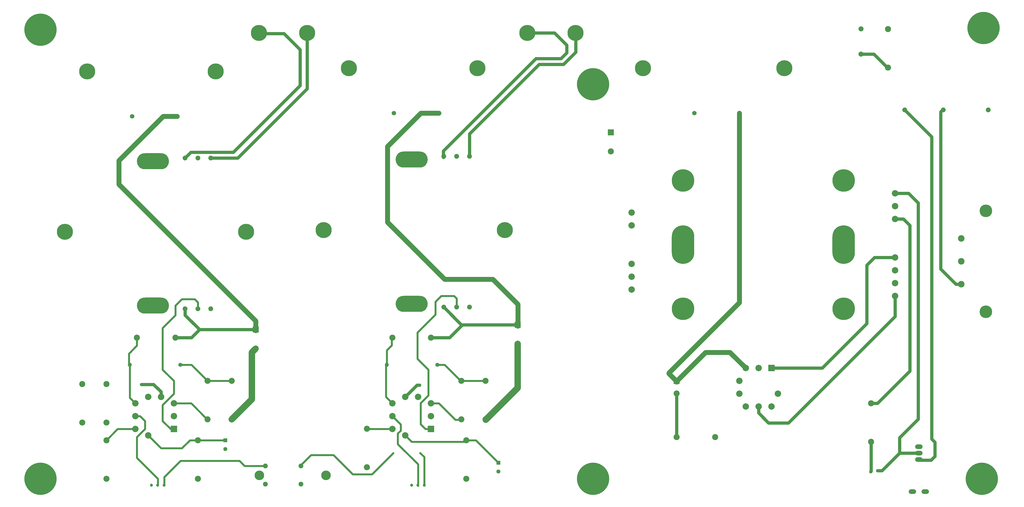
<source format=gbr>
%TF.GenerationSoftware,KiCad,Pcbnew,5.1.8-db9833491~88~ubuntu20.04.1*%
%TF.CreationDate,2021-01-02T13:56:59-05:00*%
%TF.ProjectId,amp,616d702e-6b69-4636-9164-5f7063625858,rev?*%
%TF.SameCoordinates,Original*%
%TF.FileFunction,Copper,L1,Top*%
%TF.FilePolarity,Positive*%
%FSLAX46Y46*%
G04 Gerber Fmt 4.6, Leading zero omitted, Abs format (unit mm)*
G04 Created by KiCad (PCBNEW 5.1.8-db9833491~88~ubuntu20.04.1) date 2021-01-02 13:56:59*
%MOMM*%
%LPD*%
G01*
G04 APERTURE LIST*
%TA.AperFunction,ComponentPad*%
%ADD10C,1.905000*%
%TD*%
%TA.AperFunction,ComponentPad*%
%ADD11O,12.700000X6.350000*%
%TD*%
%TA.AperFunction,ComponentPad*%
%ADD12C,6.350000*%
%TD*%
%TA.AperFunction,ComponentPad*%
%ADD13O,3.000000X1.800000*%
%TD*%
%TA.AperFunction,ComponentPad*%
%ADD14C,5.000000*%
%TD*%
%TA.AperFunction,ComponentPad*%
%ADD15C,2.600000*%
%TD*%
%TA.AperFunction,ComponentPad*%
%ADD16O,8.890000X15.240000*%
%TD*%
%TA.AperFunction,ComponentPad*%
%ADD17C,2.540000*%
%TD*%
%TA.AperFunction,ComponentPad*%
%ADD18C,8.890000*%
%TD*%
%TA.AperFunction,ComponentPad*%
%ADD19C,1.778000*%
%TD*%
%TA.AperFunction,ComponentPad*%
%ADD20C,2.400000*%
%TD*%
%TA.AperFunction,ComponentPad*%
%ADD21R,2.400000X2.400000*%
%TD*%
%TA.AperFunction,ComponentPad*%
%ADD22C,12.800000*%
%TD*%
%TA.AperFunction,ComponentPad*%
%ADD23C,1.600000*%
%TD*%
%TA.AperFunction,ComponentPad*%
%ADD24R,1.600000X1.600000*%
%TD*%
%TA.AperFunction,ComponentPad*%
%ADD25R,2.540000X2.540000*%
%TD*%
%TA.AperFunction,ComponentPad*%
%ADD26C,3.810000*%
%TD*%
%TA.AperFunction,ComponentPad*%
%ADD27O,1.600000X1.600000*%
%TD*%
%TA.AperFunction,ComponentPad*%
%ADD28C,2.000000*%
%TD*%
%TA.AperFunction,ComponentPad*%
%ADD29C,1.016000*%
%TD*%
%TA.AperFunction,ComponentPad*%
%ADD30O,2.400000X2.400000*%
%TD*%
%TA.AperFunction,ComponentPad*%
%ADD31C,1.200000*%
%TD*%
%TA.AperFunction,ViaPad*%
%ADD32C,0.800000*%
%TD*%
%TA.AperFunction,Conductor*%
%ADD33C,0.762000*%
%TD*%
%TA.AperFunction,Conductor*%
%ADD34C,2.540000*%
%TD*%
%TA.AperFunction,Conductor*%
%ADD35C,1.270000*%
%TD*%
%TA.AperFunction,Conductor*%
%ADD36C,1.905000*%
%TD*%
G04 APERTURE END LIST*
D10*
%TO.P,T2,6*%
%TO.N,Net-(LS2-Pad2)*%
X194945000Y-85725000D03*
%TO.P,T2,5*%
%TO.N,Net-(T2-Pad5)*%
X200025000Y-85725000D03*
%TO.P,T2,4*%
%TO.N,Net-(LS2-Pad1)*%
X205105000Y-85725000D03*
%TO.P,T2,3*%
%TO.N,Net-(T2-Pad3)*%
X205105000Y-145415000D03*
%TO.P,T2,2*%
%TO.N,Net-(T2-Pad2)*%
X200025000Y-145415000D03*
%TO.P,T2,1*%
%TO.N,VBUS*%
X194945000Y-145415000D03*
D11*
%TO.P,T2,13*%
%TO.N,N/C*%
X182245000Y-86995000D03*
%TO.P,T2,12*%
X182245000Y-144145000D03*
D12*
%TO.P,T2,11*%
X147447000Y-114935000D03*
%TO.P,T2,10*%
X219075000Y-114935000D03*
%TD*%
D10*
%TO.P,T1,6*%
%TO.N,Net-(LS1-Pad2)*%
X92710000Y-86360000D03*
%TO.P,T1,5*%
%TO.N,Net-(T1-Pad5)*%
X97790000Y-86360000D03*
%TO.P,T1,4*%
%TO.N,Net-(LS1-Pad1)*%
X102870000Y-86360000D03*
%TO.P,T1,3*%
%TO.N,Net-(T1-Pad3)*%
X102870000Y-146050000D03*
%TO.P,T1,2*%
%TO.N,Net-(T1-Pad2)*%
X97790000Y-146050000D03*
%TO.P,T1,1*%
%TO.N,HT*%
X92710000Y-146050000D03*
D11*
%TO.P,T1,13*%
%TO.N,N/C*%
X80010000Y-87630000D03*
%TO.P,T1,12*%
X80010000Y-144780000D03*
D12*
%TO.P,T1,11*%
X45212000Y-115570000D03*
%TO.P,T1,10*%
X116840000Y-115570000D03*
%TD*%
D13*
%TO.P,SW1,5*%
%TO.N,Earth_Protective*%
X385318000Y-218440000D03*
%TO.P,SW1,4*%
X380238000Y-218440000D03*
%TO.P,SW1,3*%
%TO.N,N/C*%
X382778000Y-200660000D03*
%TO.P,SW1,2*%
%TO.N,LINE*%
X382778000Y-203200000D03*
%TO.P,SW1,1*%
%TO.N,Net-(F1-Pad1)*%
X382778000Y-205740000D03*
%TD*%
D14*
%TO.P,J1,5*%
%TO.N,Earth_Protective*%
X409242000Y-107254000D03*
%TO.P,J1,4*%
X409242000Y-147254000D03*
D15*
%TO.P,J1,3*%
%TO.N,NEUT*%
X399542000Y-118204000D03*
%TO.P,J1,2*%
%TO.N,Earth_Protective*%
X399542000Y-127254000D03*
%TO.P,J1,1*%
%TO.N,/L*%
X399542000Y-136304000D03*
%TD*%
D16*
%TO.P,T3,26*%
%TO.N,N/C*%
X353060000Y-120650000D03*
%TO.P,T3,25*%
X289560000Y-120650000D03*
D17*
%TO.P,T3,7*%
%TO.N,Net-(T3-Pad7)*%
X373380000Y-125730000D03*
%TO.P,T3,6*%
%TO.N,Net-(T3-Pad6)*%
X373380000Y-130810000D03*
%TO.P,T3,5*%
%TO.N,Earth*%
X373380000Y-135890000D03*
%TO.P,T3,4*%
%TO.N,Net-(T3-Pad4)*%
X373380000Y-140970000D03*
%TO.P,T3,3*%
%TO.N,LINE*%
X373380000Y-100330000D03*
%TO.P,T3,2*%
%TO.N,Net-(T3-Pad2)*%
X373380000Y-105410000D03*
%TO.P,T3,1*%
%TO.N,NEUT*%
X373380000Y-110490000D03*
%TO.P,T3,12*%
%TO.N,Net-(R12-Pad1)*%
X269240000Y-107950000D03*
%TO.P,T3,11*%
%TO.N,Net-(R13-Pad1)*%
X269240000Y-113030000D03*
%TO.P,T3,10*%
%TO.N,Net-(T3-Pad10)*%
X269240000Y-128270000D03*
%TO.P,T3,9*%
%TO.N,Net-(T3-Pad9)*%
X269240000Y-133350000D03*
%TO.P,T3,8*%
%TO.N,Net-(R14-Pad1)*%
X269240000Y-138430000D03*
D18*
%TO.P,T3,23*%
%TO.N,N/C*%
X353060000Y-95250000D03*
%TO.P,T3,22*%
X289560000Y-95250000D03*
%TO.P,T3,21*%
X353060000Y-146050000D03*
%TO.P,T3,20*%
X289560000Y-146050000D03*
%TD*%
D12*
%TO.P,LS2,2*%
%TO.N,Net-(LS2-Pad2)*%
X227965000Y-36830000D03*
%TO.P,LS2,1*%
%TO.N,Net-(LS2-Pad1)*%
X247015000Y-36830000D03*
%TD*%
D19*
%TO.P,L1,2*%
%TO.N,Net-(C6-Pad1)*%
X311785000Y-68580000D03*
%TO.P,L1,1*%
%TO.N,Net-(C7-Pad1)*%
X294005000Y-68580000D03*
D12*
%TO.P,L1,4*%
%TO.N,N/C*%
X329565000Y-50800000D03*
%TO.P,L1,3*%
X273685000Y-50800000D03*
%TD*%
D19*
%TO.P,L2,2*%
%TO.N,HT*%
X89535000Y-69850000D03*
%TO.P,L2,1*%
%TO.N,Net-(C7-Pad1)*%
X71755000Y-69850000D03*
D12*
%TO.P,L2,4*%
%TO.N,N/C*%
X104775000Y-52070000D03*
%TO.P,L2,3*%
X53975000Y-52070000D03*
%TD*%
D19*
%TO.P,L3,2*%
%TO.N,VBUS*%
X193040000Y-68580000D03*
%TO.P,L3,1*%
%TO.N,Net-(C7-Pad1)*%
X175260000Y-68580000D03*
D12*
%TO.P,L3,4*%
%TO.N,N/C*%
X208280000Y-50800000D03*
%TO.P,L3,3*%
X157480000Y-50800000D03*
%TD*%
D20*
%TO.P,C6,2*%
%TO.N,Earth*%
X287020000Y-179625000D03*
D21*
%TO.P,C6,1*%
%TO.N,Net-(C6-Pad1)*%
X287020000Y-174625000D03*
%TD*%
D22*
%TO.P,H6,1*%
%TO.N,Earth_Protective*%
X408305000Y-34925000D03*
%TD*%
%TO.P,H5,1*%
%TO.N,Earth_Protective*%
X407670000Y-213360000D03*
%TD*%
%TO.P,H4,1*%
%TO.N,Earth_Protective*%
X35560000Y-213360000D03*
%TD*%
%TO.P,H3,1*%
%TO.N,Earth_Protective*%
X254000000Y-57150000D03*
%TD*%
%TO.P,H2,1*%
%TO.N,Earth_Protective*%
X35560000Y-35560000D03*
%TD*%
%TO.P,H1,1*%
%TO.N,Earth_Protective*%
X254000000Y-213360000D03*
%TD*%
D23*
%TO.P,C4,2*%
%TO.N,Earth*%
X216535000Y-210510000D03*
D24*
%TO.P,C4,1*%
%TO.N,Net-(C4-Pad1)*%
X216535000Y-207010000D03*
%TD*%
D17*
%TO.P,U3,9*%
%TO.N,N/C*%
X327025000Y-179705000D03*
%TO.P,U3,8*%
X324485000Y-184785000D03*
%TO.P,U3,7*%
%TO.N,Net-(T3-Pad4)*%
X319405000Y-184785000D03*
%TO.P,U3,6*%
%TO.N,N/C*%
X314325000Y-184785000D03*
%TO.P,U3,5*%
%TO.N,Net-(R14-Pad1)*%
X311785000Y-179705000D03*
%TO.P,U3,4*%
%TO.N,Net-(T3-Pad10)*%
X311785000Y-174625000D03*
%TO.P,U3,3*%
%TO.N,Net-(C6-Pad1)*%
X314325000Y-169545000D03*
%TO.P,U3,2*%
%TO.N,N/C*%
X319405000Y-169545000D03*
D25*
%TO.P,U3,1*%
%TO.N,Net-(T3-Pad7)*%
X324485000Y-169545000D03*
%TD*%
D26*
%TO.P,J2,6*%
%TO.N,Earth*%
X148361400Y-212013800D03*
%TO.P,J2,5*%
X122047000Y-212013800D03*
D10*
%TO.P,J2,4*%
X138455400Y-215519000D03*
%TO.P,J2,3*%
%TO.N,Net-(J2-Pad3)*%
X138455400Y-208280000D03*
%TO.P,J2,2*%
%TO.N,Earth*%
X124460000Y-215519000D03*
%TO.P,J2,1*%
%TO.N,Net-(J2-Pad1)*%
X124460000Y-208280000D03*
%TD*%
D23*
%TO.P,C1,1*%
%TO.N,Net-(C1-Pad1)*%
X90805000Y-168275000D03*
D27*
%TO.P,C1,2*%
%TO.N,Net-(C1-Pad2)*%
X70805000Y-168275000D03*
%TD*%
D23*
%TO.P,C2,2*%
%TO.N,Earth*%
X108585000Y-201620000D03*
D24*
%TO.P,C2,1*%
%TO.N,Net-(C2-Pad1)*%
X108585000Y-198120000D03*
%TD*%
D27*
%TO.P,C3,2*%
%TO.N,Net-(C3-Pad2)*%
X172405000Y-168275000D03*
D23*
%TO.P,C3,1*%
%TO.N,Net-(C3-Pad1)*%
X192405000Y-168275000D03*
%TD*%
D28*
%TO.P,C5,1*%
%TO.N,Earth*%
X359918000Y-45212000D03*
%TO.P,C5,2*%
%TO.N,Earth_Protective*%
X359918000Y-35212000D03*
%TD*%
D21*
%TO.P,C7,1*%
%TO.N,Net-(C7-Pad1)*%
X260985000Y-76200000D03*
D20*
%TO.P,C7,2*%
%TO.N,Earth*%
X260985000Y-83700000D03*
%TD*%
%TO.P,C8,2*%
%TO.N,Earth*%
X120650000Y-161805000D03*
D21*
%TO.P,C8,1*%
%TO.N,HT*%
X120650000Y-154305000D03*
%TD*%
%TO.P,C9,1*%
%TO.N,VBUS*%
X224155000Y-152400000D03*
D20*
%TO.P,C9,2*%
%TO.N,Earth*%
X224155000Y-159900000D03*
%TD*%
D10*
%TO.P,F1,1*%
%TO.N,Net-(F1-Pad1)*%
X377190000Y-67310000D03*
%TO.P,F1,2*%
%TO.N,/L*%
X392430000Y-67310000D03*
%TO.P,F1,3*%
%TO.N,N/C*%
X410210000Y-67310000D03*
%TD*%
D12*
%TO.P,LS1,1*%
%TO.N,Net-(LS1-Pad1)*%
X140970000Y-36830000D03*
%TO.P,LS1,2*%
%TO.N,Net-(LS1-Pad2)*%
X121920000Y-36830000D03*
%TD*%
D29*
%TO.P,NE1,1*%
%TO.N,Net-(NE1-Pad1)*%
X363855000Y-210185000D03*
%TO.P,NE1,2*%
%TO.N,LINE*%
X366395000Y-210185000D03*
%TD*%
D20*
%TO.P,R1,1*%
%TO.N,Net-(R1-Pad1)*%
X61595000Y-198120000D03*
D30*
%TO.P,R1,2*%
%TO.N,Earth*%
X61595000Y-213360000D03*
%TD*%
%TO.P,R2,2*%
%TO.N,Net-(C1-Pad2)*%
X73660000Y-157480000D03*
D20*
%TO.P,R2,1*%
%TO.N,HT*%
X88900000Y-157480000D03*
%TD*%
%TO.P,R3,1*%
%TO.N,Net-(C1-Pad1)*%
X111125000Y-174625000D03*
D30*
%TO.P,R3,2*%
%TO.N,Earth*%
X111125000Y-189865000D03*
%TD*%
%TO.P,R4,2*%
%TO.N,Net-(C1-Pad1)*%
X101600000Y-174625000D03*
D20*
%TO.P,R4,1*%
%TO.N,Net-(R4-Pad1)*%
X101600000Y-189865000D03*
%TD*%
%TO.P,R5,1*%
%TO.N,Net-(C2-Pad1)*%
X97790000Y-198120000D03*
D30*
%TO.P,R5,2*%
%TO.N,Earth*%
X97790000Y-213360000D03*
%TD*%
%TO.P,R6,2*%
%TO.N,Earth*%
X164592000Y-208788000D03*
D20*
%TO.P,R6,1*%
%TO.N,Net-(R6-Pad1)*%
X164592000Y-193548000D03*
%TD*%
%TO.P,R7,1*%
%TO.N,VBUS*%
X189865000Y-157480000D03*
D30*
%TO.P,R7,2*%
%TO.N,Net-(C3-Pad2)*%
X174625000Y-157480000D03*
%TD*%
%TO.P,R8,2*%
%TO.N,Earth*%
X211455000Y-189865000D03*
D20*
%TO.P,R8,1*%
%TO.N,Net-(C3-Pad1)*%
X211455000Y-174625000D03*
%TD*%
%TO.P,R9,1*%
%TO.N,Net-(R9-Pad1)*%
X201930000Y-189865000D03*
D30*
%TO.P,R9,2*%
%TO.N,Net-(C3-Pad1)*%
X201930000Y-174625000D03*
%TD*%
%TO.P,R10,2*%
%TO.N,Earth*%
X203835000Y-213360000D03*
D20*
%TO.P,R10,1*%
%TO.N,Net-(C4-Pad1)*%
X203835000Y-198120000D03*
%TD*%
%TO.P,R11,1*%
%TO.N,Earth_Protective*%
X370586000Y-35306000D03*
D30*
%TO.P,R11,2*%
%TO.N,Earth*%
X370586000Y-50546000D03*
%TD*%
D20*
%TO.P,R12,1*%
%TO.N,Net-(R12-Pad1)*%
X61595000Y-175895000D03*
D30*
%TO.P,R12,2*%
%TO.N,Earth*%
X61595000Y-191135000D03*
%TD*%
%TO.P,R13,2*%
%TO.N,Earth*%
X52070000Y-191135000D03*
D20*
%TO.P,R13,1*%
%TO.N,Net-(R13-Pad1)*%
X52070000Y-175895000D03*
%TD*%
D30*
%TO.P,R14,2*%
%TO.N,Earth*%
X287020000Y-196850000D03*
D20*
%TO.P,R14,1*%
%TO.N,Net-(R14-Pad1)*%
X302260000Y-196850000D03*
%TD*%
%TO.P,R15,1*%
%TO.N,Net-(NE1-Pad1)*%
X363855000Y-198755000D03*
D30*
%TO.P,R15,2*%
%TO.N,NEUT*%
X363855000Y-183515000D03*
%TD*%
D31*
%TO.P,RV1,1*%
%TO.N,Earth*%
X79375000Y-215900000D03*
%TO.P,RV1,2*%
%TO.N,Net-(RV1-Pad2)*%
X81875000Y-215900000D03*
%TO.P,RV1,3*%
%TO.N,Net-(J2-Pad1)*%
X84375000Y-215900000D03*
%TD*%
%TO.P,RV2,3*%
%TO.N,Net-(J2-Pad3)*%
X187245000Y-215900000D03*
%TO.P,RV2,2*%
%TO.N,Net-(RV2-Pad2)*%
X184745000Y-215900000D03*
%TO.P,RV2,1*%
%TO.N,Earth*%
X182245000Y-215900000D03*
%TD*%
D25*
%TO.P,U1,1*%
%TO.N,Net-(T1-Pad2)*%
X88265000Y-193675000D03*
D17*
%TO.P,U1,2*%
%TO.N,N/C*%
X88265000Y-188595000D03*
%TO.P,U1,3*%
%TO.N,Net-(R4-Pad1)*%
X88265000Y-183515000D03*
%TO.P,U1,4*%
%TO.N,Net-(R12-Pad1)*%
X83185000Y-180975000D03*
%TO.P,U1,5*%
%TO.N,Net-(R13-Pad1)*%
X78105000Y-180975000D03*
%TO.P,U1,6*%
%TO.N,Net-(C1-Pad2)*%
X73025000Y-183515000D03*
%TO.P,U1,7*%
%TO.N,Net-(RV1-Pad2)*%
X73025000Y-188595000D03*
%TO.P,U1,8*%
%TO.N,Net-(R1-Pad1)*%
X73025000Y-193675000D03*
%TO.P,U1,9*%
%TO.N,Net-(C2-Pad1)*%
X78105000Y-196215000D03*
%TD*%
D25*
%TO.P,U2,1*%
%TO.N,Net-(T2-Pad2)*%
X189865000Y-193675000D03*
D17*
%TO.P,U2,2*%
%TO.N,N/C*%
X189865000Y-188595000D03*
%TO.P,U2,3*%
%TO.N,Net-(R9-Pad1)*%
X189865000Y-183515000D03*
%TO.P,U2,4*%
%TO.N,Net-(R13-Pad1)*%
X184785000Y-180975000D03*
%TO.P,U2,5*%
%TO.N,Net-(R12-Pad1)*%
X179705000Y-180975000D03*
%TO.P,U2,6*%
%TO.N,Net-(C3-Pad2)*%
X174625000Y-183515000D03*
%TO.P,U2,7*%
%TO.N,Net-(RV2-Pad2)*%
X174625000Y-188595000D03*
%TO.P,U2,8*%
%TO.N,Net-(R6-Pad1)*%
X174625000Y-193675000D03*
%TO.P,U2,9*%
%TO.N,Net-(C4-Pad1)*%
X179705000Y-196215000D03*
%TD*%
D32*
%TO.N,Net-(J2-Pad3)*%
X185674000Y-203200000D03*
X175006000Y-203200000D03*
%TO.N,Net-(R12-Pad1)*%
X75438000Y-176022000D03*
X185420000Y-176276000D03*
%TD*%
D33*
%TO.N,Net-(C1-Pad1)*%
X90805000Y-168275000D02*
X95250000Y-168275000D01*
X95250000Y-168275000D02*
X101600000Y-174625000D01*
X101600000Y-174625000D02*
X111125000Y-174625000D01*
%TO.N,Net-(C1-Pad2)*%
X73660000Y-157480000D02*
X73660000Y-160655000D01*
X73660000Y-160655000D02*
X70485000Y-163830000D01*
X70485000Y-163830000D02*
X70485000Y-168275000D01*
X70805000Y-168275000D02*
X70805000Y-181295000D01*
X70805000Y-181295000D02*
X73025000Y-183515000D01*
D34*
%TO.N,Earth*%
X111125000Y-189865000D02*
X119126000Y-181864000D01*
X119126000Y-181864000D02*
X119126000Y-163322000D01*
X119126000Y-163322000D02*
X120396000Y-162052000D01*
X224155000Y-159900000D02*
X224155000Y-177419000D01*
X224155000Y-177419000D02*
X211582000Y-189992000D01*
D35*
X287020000Y-196850000D02*
X287020000Y-179324000D01*
X287020000Y-179324000D02*
X287020000Y-185420000D01*
X359918000Y-45212000D02*
X364998000Y-45212000D01*
X364998000Y-45212000D02*
X370586000Y-50800000D01*
D33*
%TO.N,Net-(C2-Pad1)*%
X78105000Y-196215000D02*
X83185000Y-201295000D01*
X83185000Y-201295000D02*
X91440000Y-201295000D01*
X91440000Y-201295000D02*
X94615000Y-198120000D01*
X94615000Y-198120000D02*
X97790000Y-198120000D01*
X97790000Y-198120000D02*
X108585000Y-198120000D01*
%TO.N,Net-(C3-Pad2)*%
X174625000Y-183515000D02*
X172085000Y-180975000D01*
X172085000Y-180975000D02*
X172085000Y-168656000D01*
X172085000Y-168656000D02*
X172339000Y-168402000D01*
X172405000Y-168275000D02*
X172405000Y-162494000D01*
X172405000Y-162494000D02*
X174371000Y-160528000D01*
X174371000Y-160528000D02*
X174371000Y-157480000D01*
%TO.N,Net-(C3-Pad1)*%
X192405000Y-168275000D02*
X195326000Y-168275000D01*
X195326000Y-168275000D02*
X201803000Y-174752000D01*
X201930000Y-174625000D02*
X211328000Y-174625000D01*
X211328000Y-174625000D02*
X211455000Y-174752000D01*
D36*
%TO.N,Net-(C6-Pad1)*%
X314325000Y-169545000D02*
X308102000Y-163322000D01*
X308102000Y-163322000D02*
X298450000Y-163322000D01*
X298450000Y-163322000D02*
X286766000Y-175006000D01*
X311785000Y-143637000D02*
X311785000Y-68580000D01*
X283972000Y-171450000D02*
X311785000Y-143637000D01*
X283972000Y-171450000D02*
X283972000Y-171704000D01*
X283972000Y-171704000D02*
X287274000Y-175006000D01*
D35*
%TO.N,HT*%
X92710000Y-146050000D02*
X92710000Y-148590000D01*
X92710000Y-148590000D02*
X98425000Y-154305000D01*
X98425000Y-154305000D02*
X120650000Y-154305000D01*
X95250000Y-157480000D02*
X98425000Y-154305000D01*
X88900000Y-157480000D02*
X95250000Y-157480000D01*
D36*
X120650000Y-150876000D02*
X120650000Y-154686000D01*
X66548000Y-96774000D02*
X120650000Y-150876000D01*
X66548000Y-87376000D02*
X66548000Y-96774000D01*
X84074000Y-69850000D02*
X66548000Y-87376000D01*
X89535000Y-69850000D02*
X84074000Y-69850000D01*
D35*
%TO.N,Net-(F1-Pad1)*%
X387604000Y-205994000D02*
X382778000Y-205994000D01*
X389128000Y-204470000D02*
X387604000Y-205994000D01*
X389128000Y-198882000D02*
X389128000Y-204470000D01*
X387858000Y-197612000D02*
X389128000Y-198882000D01*
X387858000Y-77978000D02*
X387858000Y-197612000D01*
X377190000Y-67310000D02*
X387858000Y-77978000D01*
%TO.N,/L*%
X399542000Y-136304000D02*
X397416000Y-136304000D01*
X397416000Y-136304000D02*
X391414000Y-130302000D01*
X391414000Y-130302000D02*
X391414000Y-68072000D01*
X391414000Y-68072000D02*
X392430000Y-67056000D01*
%TO.N,NEUT*%
X363855000Y-183515000D02*
X366395000Y-183515000D01*
X366395000Y-183515000D02*
X379222000Y-170688000D01*
X379222000Y-170688000D02*
X379222000Y-119888000D01*
X379222000Y-119888000D02*
X379222000Y-113030000D01*
X379222000Y-113030000D02*
X376682000Y-110490000D01*
X376682000Y-110490000D02*
X373634000Y-110490000D01*
D33*
%TO.N,Net-(J2-Pad1)*%
X84455000Y-212725000D02*
X84455000Y-215900000D01*
X90932000Y-206248000D02*
X84455000Y-212725000D01*
X114173000Y-206248000D02*
X90932000Y-206248000D01*
X116205000Y-208280000D02*
X114173000Y-206248000D01*
X124460000Y-208280000D02*
X116205000Y-208280000D01*
%TO.N,Net-(J2-Pad3)*%
X187245000Y-215900000D02*
X187245000Y-204771000D01*
X187245000Y-204771000D02*
X185674000Y-203200000D01*
X175006000Y-203200000D02*
X166624000Y-211582000D01*
X166624000Y-211582000D02*
X159004000Y-211582000D01*
X159004000Y-211582000D02*
X151384000Y-203962000D01*
X151384000Y-203962000D02*
X142748000Y-203962000D01*
X142748000Y-203962000D02*
X142494000Y-203962000D01*
X142494000Y-203962000D02*
X138176000Y-208280000D01*
D35*
%TO.N,Net-(LS1-Pad1)*%
X102870000Y-86360000D02*
X113538000Y-86360000D01*
X113538000Y-86360000D02*
X140970000Y-58928000D01*
X140970000Y-58928000D02*
X140970000Y-36576000D01*
%TO.N,Net-(LS1-Pad2)*%
X92710000Y-86360000D02*
X94996000Y-84074000D01*
X94996000Y-84074000D02*
X111760000Y-84074000D01*
X111760000Y-84074000D02*
X138176000Y-57658000D01*
X138176000Y-57658000D02*
X138176000Y-44704000D01*
X138176000Y-44704000D02*
X138176000Y-43434000D01*
X138176000Y-43434000D02*
X131826000Y-37084000D01*
X131826000Y-37084000D02*
X121666000Y-37084000D01*
%TO.N,Net-(LS2-Pad2)*%
X227965000Y-36830000D02*
X238760000Y-36830000D01*
X238760000Y-36830000D02*
X243586000Y-41656000D01*
X243586000Y-41656000D02*
X243586000Y-44704000D01*
X243586000Y-44704000D02*
X241300000Y-46990000D01*
X241300000Y-46990000D02*
X231394000Y-46990000D01*
X231394000Y-46990000D02*
X194818000Y-83566000D01*
X194818000Y-83566000D02*
X194818000Y-86106000D01*
%TO.N,Net-(LS2-Pad1)*%
X205105000Y-85725000D02*
X205105000Y-76835000D01*
X205105000Y-76835000D02*
X232664000Y-49276000D01*
X232664000Y-49276000D02*
X242316000Y-49276000D01*
X242316000Y-49276000D02*
X247142000Y-44450000D01*
X247142000Y-44450000D02*
X247142000Y-36830000D01*
%TO.N,Net-(NE1-Pad1)*%
X363855000Y-198755000D02*
X363855000Y-210439000D01*
X363855000Y-210439000D02*
X363728000Y-210566000D01*
%TO.N,LINE*%
X366395000Y-210185000D02*
X368173000Y-210185000D01*
X368173000Y-210185000D02*
X375158000Y-203200000D01*
X375158000Y-203200000D02*
X383032000Y-203200000D01*
X375158000Y-197104000D02*
X375158000Y-203200000D01*
X382524000Y-189738000D02*
X375158000Y-197104000D01*
X382524000Y-104140000D02*
X382524000Y-189738000D01*
X378714000Y-100330000D02*
X382524000Y-104140000D01*
X373380000Y-100330000D02*
X378714000Y-100330000D01*
D33*
%TO.N,Net-(R1-Pad1)*%
X73025000Y-193675000D02*
X66040000Y-193675000D01*
X66040000Y-193675000D02*
X61595000Y-198120000D01*
X61595000Y-198120000D02*
X62230000Y-198755000D01*
%TO.N,Net-(R4-Pad1)*%
X88265000Y-183515000D02*
X95123000Y-183515000D01*
X95123000Y-183515000D02*
X101600000Y-189992000D01*
%TO.N,Net-(R6-Pad1)*%
X174625000Y-193675000D02*
X164973000Y-193675000D01*
X164973000Y-193675000D02*
X164846000Y-193548000D01*
D35*
%TO.N,VBUS*%
X189865000Y-157480000D02*
X197231000Y-157480000D01*
X197231000Y-157480000D02*
X202311000Y-152400000D01*
X202311000Y-152400000D02*
X224155000Y-152400000D01*
X201930000Y-152400000D02*
X202311000Y-152400000D01*
X194945000Y-145415000D02*
X201930000Y-152400000D01*
D36*
X193040000Y-68580000D02*
X185928000Y-68580000D01*
X185928000Y-68580000D02*
X172720000Y-81788000D01*
X172720000Y-81788000D02*
X172720000Y-111760000D01*
X172720000Y-111760000D02*
X195326000Y-134366000D01*
X195326000Y-134366000D02*
X214376000Y-134366000D01*
X214376000Y-134366000D02*
X224282000Y-144272000D01*
X224282000Y-144272000D02*
X224282000Y-152908000D01*
D33*
%TO.N,Net-(R9-Pad1)*%
X189865000Y-183515000D02*
X193040000Y-183515000D01*
X193040000Y-183515000D02*
X199517000Y-189992000D01*
X199517000Y-189992000D02*
X201803000Y-189992000D01*
D35*
%TO.N,Net-(R12-Pad1)*%
X83185000Y-180975000D02*
X83185000Y-178943000D01*
X83185000Y-178943000D02*
X80264000Y-176022000D01*
X80264000Y-176022000D02*
X75438000Y-176022000D01*
X179705000Y-180975000D02*
X184404000Y-176276000D01*
X184404000Y-176276000D02*
X185420000Y-176276000D01*
D33*
%TO.N,Net-(RV1-Pad2)*%
X81915000Y-213360000D02*
X81915000Y-215900000D01*
X73660000Y-205105000D02*
X81915000Y-213360000D01*
X73660000Y-196850000D02*
X73660000Y-205105000D01*
X76835000Y-193675000D02*
X73660000Y-196850000D01*
X76835000Y-190500000D02*
X76835000Y-193675000D01*
X74930000Y-188595000D02*
X76835000Y-190500000D01*
X73025000Y-188595000D02*
X74930000Y-188595000D01*
%TO.N,Net-(RV2-Pad2)*%
X184785000Y-207645000D02*
X184785000Y-216154000D01*
X176784000Y-199644000D02*
X184785000Y-207645000D01*
X177927000Y-194310000D02*
X176784000Y-195453000D01*
X176784000Y-195453000D02*
X176784000Y-199644000D01*
X177927000Y-191897000D02*
X177927000Y-194310000D01*
X174625000Y-188595000D02*
X177927000Y-191897000D01*
%TO.N,Net-(T1-Pad2)*%
X88265000Y-193675000D02*
X86995000Y-193675000D01*
X86995000Y-193675000D02*
X83820000Y-190500000D01*
X83820000Y-190500000D02*
X83820000Y-184150000D01*
X83820000Y-184150000D02*
X88265000Y-179705000D01*
X88265000Y-179705000D02*
X88265000Y-175895000D01*
X88265000Y-175895000D02*
X88265000Y-174625000D01*
X88265000Y-174625000D02*
X83820000Y-170180000D01*
X83820000Y-170180000D02*
X83820000Y-153670000D01*
X83820000Y-153670000D02*
X88900000Y-148590000D01*
X88900000Y-148590000D02*
X88900000Y-144780000D01*
X88900000Y-144780000D02*
X91440000Y-142240000D01*
X91440000Y-142240000D02*
X96520000Y-142240000D01*
X96520000Y-142240000D02*
X97790000Y-143510000D01*
X97790000Y-143510000D02*
X97790000Y-146050000D01*
%TO.N,Net-(T2-Pad2)*%
X189865000Y-193675000D02*
X187706000Y-193675000D01*
X187706000Y-193675000D02*
X185801000Y-191770000D01*
X185801000Y-191770000D02*
X185801000Y-183388000D01*
X185801000Y-183388000D02*
X188849000Y-180340000D01*
X188849000Y-180340000D02*
X188849000Y-170180000D01*
X188849000Y-170180000D02*
X185293000Y-166624000D01*
X185293000Y-166624000D02*
X184531000Y-165862000D01*
X184531000Y-165862000D02*
X184531000Y-155448000D01*
X184531000Y-155448000D02*
X191643000Y-148336000D01*
X191643000Y-148336000D02*
X191643000Y-143256000D01*
X191643000Y-143256000D02*
X193929000Y-140970000D01*
X193929000Y-140970000D02*
X199009000Y-140970000D01*
X199009000Y-140970000D02*
X200025000Y-141986000D01*
X200025000Y-141986000D02*
X200025000Y-145542000D01*
D35*
%TO.N,Net-(T3-Pad4)*%
X319405000Y-184785000D02*
X319405000Y-187325000D01*
X319405000Y-187325000D02*
X323342000Y-191262000D01*
X323342000Y-191262000D02*
X331216000Y-191262000D01*
X331216000Y-191262000D02*
X373380000Y-149098000D01*
X373380000Y-149098000D02*
X373380000Y-140970000D01*
%TO.N,Net-(T3-Pad7)*%
X324485000Y-169545000D02*
X344551000Y-169545000D01*
X344551000Y-169545000D02*
X362204000Y-151892000D01*
X362204000Y-151892000D02*
X362204000Y-128778000D01*
X362204000Y-128778000D02*
X365252000Y-125730000D01*
X365252000Y-125730000D02*
X373380000Y-125730000D01*
D33*
%TO.N,Net-(C4-Pad1)*%
X179705000Y-196215000D02*
X182245000Y-198755000D01*
X182245000Y-198755000D02*
X203200000Y-198755000D01*
X203200000Y-198755000D02*
X203835000Y-198120000D01*
X203835000Y-198120000D02*
X207645000Y-198120000D01*
X207645000Y-198120000D02*
X216535000Y-207010000D01*
%TD*%
M02*

</source>
